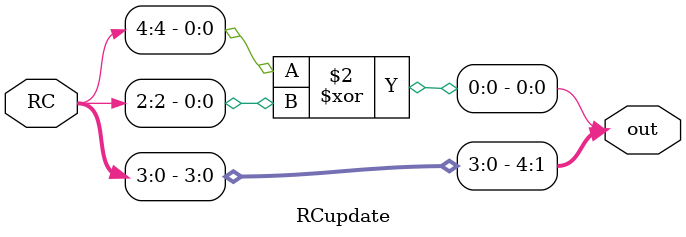
<source format=v>
module RCupdate (input [4:0] RC,output reg [4:0] out);

always @(*)  begin

 out[0] = RC[4] ^ RC[2];
 out[4:1] = RC [3:0];

end
endmodule

</source>
